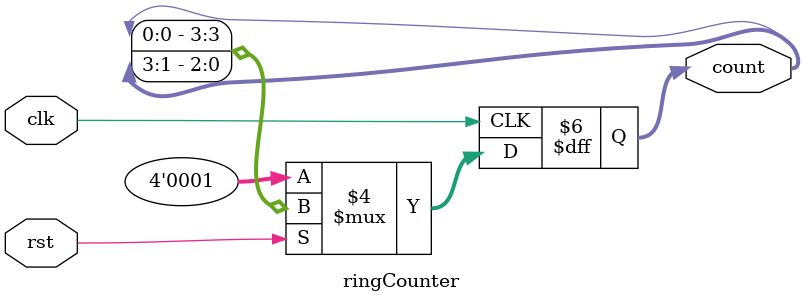
<source format=v>
`timescale 1ns/1ps

module ringCounter(clk, rst, count);//ringCounter modülünün tanımlanması
  parameter WIDTH = 4;// johnson counter boyutu için parametre. ölçeklendirilebilirlik sağlıyor
  
  input wire clk, rst;
  output reg [WIDTH-1:0]count; //önceden tanımlanan parametreye göre otomatik boyutlandırılan çıkış registeri
    
  always @ (posedge clk) begin //clk nin yükselen kenarında gerçekleşecek olaylar
    
    if (~rst) count=4'b0001;	//reset gelirse sayaç sıfırlanır, ring counterin sıfırı 0001'dir.
    
    //ring counterin doğruluk tablosuna göre her clockta tüm bitleri kaydırmak gerekiyor
    
    
    else count={count[0],count[WIDTH-1:1]}; //reset gelmezse bu kod parçası tam olarak bu işi yapar.
    	
  end
endmodule


</source>
